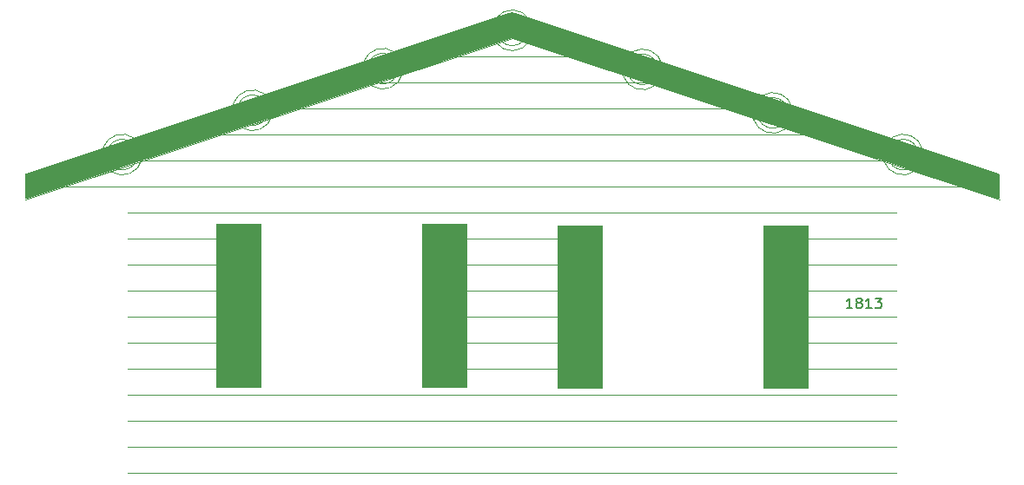
<source format=gbr>
From 21cf644a1123a6d4f2f9a294a118be31595e6011 Mon Sep 17 00:00:00 2001
From: Blaise Thompson <blaise@untzag.com>
Date: Mon, 28 Nov 2022 20:48:27 -0600
Subject: as ordered

---
 house/gerber/house-F_Silkscreen.gbr | 441 ++++++++++++++++++++++++++++++++++++
 1 file changed, 441 insertions(+)
 create mode 100644 house/gerber/house-F_Silkscreen.gbr

(limited to 'house/gerber/house-F_Silkscreen.gbr')

diff --git a/house/gerber/house-F_Silkscreen.gbr b/house/gerber/house-F_Silkscreen.gbr
new file mode 100644
index 0000000..62736b4
--- /dev/null
+++ b/house/gerber/house-F_Silkscreen.gbr
@@ -0,0 +1,441 @@
+%TF.GenerationSoftware,KiCad,Pcbnew,6.0.9+dfsg-1*%
+%TF.CreationDate,2022-11-28T19:28:46-06:00*%
+%TF.ProjectId,house,686f7573-652e-46b6-9963-61645f706362,A*%
+%TF.SameCoordinates,Original*%
+%TF.FileFunction,Legend,Top*%
+%TF.FilePolarity,Positive*%
+%FSLAX46Y46*%
+G04 Gerber Fmt 4.6, Leading zero omitted, Abs format (unit mm)*
+G04 Created by KiCad (PCBNEW 6.0.9+dfsg-1) date 2022-11-28 19:28:46*
+%MOMM*%
+%LPD*%
+G01*
+G04 APERTURE LIST*
+%ADD10C,0.120000*%
+%ADD11C,0.050000*%
+%ADD12C,0.150000*%
+G04 APERTURE END LIST*
+D10*
+X102235000Y-73660000D02*
+X177165000Y-73660000D01*
+X130937000Y-90678000D02*
+X135255000Y-90678000D01*
+X135255000Y-90678000D02*
+X135255000Y-74803000D01*
+X135255000Y-74803000D02*
+X130937000Y-74803000D01*
+X130937000Y-74803000D02*
+X130937000Y-90678000D01*
+G36*
+X130937000Y-90678000D02*
+G01*
+X135255000Y-90678000D01*
+X135255000Y-74803000D01*
+X130937000Y-74803000D01*
+X130937000Y-90678000D01*
+G37*
+X110871000Y-90678000D02*
+X115189000Y-90678000D01*
+X115189000Y-90678000D02*
+X115189000Y-74803000D01*
+X115189000Y-74803000D02*
+X110871000Y-74803000D01*
+X110871000Y-74803000D02*
+X110871000Y-90678000D01*
+G36*
+X110871000Y-90678000D02*
+G01*
+X115189000Y-90678000D01*
+X115189000Y-74803000D01*
+X110871000Y-74803000D01*
+X110871000Y-90678000D01*
+G37*
+X102235000Y-86360000D02*
+X113792000Y-86360000D01*
+X102235000Y-78740000D02*
+X113792000Y-78740000D01*
+X102235000Y-76200000D02*
+X113792000Y-76200000D01*
+X164211000Y-90805000D02*
+X168529000Y-90805000D01*
+X168529000Y-90805000D02*
+X168529000Y-74930000D01*
+X168529000Y-74930000D02*
+X164211000Y-74930000D01*
+X164211000Y-74930000D02*
+X164211000Y-90805000D01*
+G36*
+X164211000Y-90805000D02*
+G01*
+X168529000Y-90805000D01*
+X168529000Y-74930000D01*
+X164211000Y-74930000D01*
+X164211000Y-90805000D01*
+G37*
+X165100000Y-86360000D02*
+X177165000Y-86360000D01*
+X165100000Y-83820000D02*
+X177165000Y-83820000D01*
+X147828000Y-86360000D02*
+X132080000Y-86360000D01*
+X177165000Y-93980000D02*
+X102235000Y-93980000D01*
+X165100000Y-88900000D02*
+X177165000Y-88900000D01*
+X148082000Y-76200000D02*
+X132334000Y-76200000D01*
+X176530000Y-68580000D02*
+X102870000Y-68580000D01*
+X102235000Y-88900000D02*
+X113792000Y-88900000D01*
+X102235000Y-99060000D02*
+X177165000Y-99060000D01*
+X102235000Y-96520000D02*
+X177165000Y-96520000D01*
+X147320000Y-78740000D02*
+X131572000Y-78740000D01*
+X177165000Y-91440000D02*
+X102235000Y-91440000D01*
+X165100000Y-76200000D02*
+X177165000Y-76200000D01*
+X146050000Y-58420000D02*
+X133350000Y-58420000D01*
+X165100000Y-78740000D02*
+X177165000Y-78740000D01*
+D11*
+X139700000Y-56642000D02*
+X187198000Y-72390000D01*
+D10*
+X110490000Y-66040000D02*
+X168910000Y-66040000D01*
+X148082000Y-88900000D02*
+X132334000Y-88900000D01*
+X102235000Y-81280000D02*
+X113792000Y-81280000D01*
+X147574000Y-81280000D02*
+X131826000Y-81280000D01*
+X147574000Y-83820000D02*
+X131826000Y-83820000D01*
+X184150000Y-71120000D02*
+X95250000Y-71120000D01*
+D11*
+X92202000Y-72390000D02*
+X139700000Y-56642000D01*
+D10*
+X102235000Y-83820000D02*
+X113792000Y-83820000D01*
+X125730000Y-60960000D02*
+X153670000Y-60960000D01*
+X144145000Y-90805000D02*
+X148463000Y-90805000D01*
+X148463000Y-90805000D02*
+X148463000Y-74930000D01*
+X148463000Y-74930000D02*
+X144145000Y-74930000D01*
+X144145000Y-74930000D02*
+X144145000Y-90805000D01*
+G36*
+X144145000Y-90805000D02*
+G01*
+X148463000Y-90805000D01*
+X148463000Y-74930000D01*
+X144145000Y-74930000D01*
+X144145000Y-90805000D01*
+G37*
+X165100000Y-81280000D02*
+X177165000Y-81280000D01*
+X161290000Y-63500000D02*
+X118110000Y-63500000D01*
+D12*
+X172847142Y-83002380D02*
+X172275714Y-83002380D01*
+X172561428Y-83002380D02*
+X172561428Y-82002380D01*
+X172466190Y-82145238D01*
+X172370952Y-82240476D01*
+X172275714Y-82288095D01*
+X173418571Y-82430952D02*
+X173323333Y-82383333D01*
+X173275714Y-82335714D01*
+X173228095Y-82240476D01*
+X173228095Y-82192857D01*
+X173275714Y-82097619D01*
+X173323333Y-82050000D01*
+X173418571Y-82002380D01*
+X173609047Y-82002380D01*
+X173704285Y-82050000D01*
+X173751904Y-82097619D01*
+X173799523Y-82192857D01*
+X173799523Y-82240476D01*
+X173751904Y-82335714D01*
+X173704285Y-82383333D01*
+X173609047Y-82430952D01*
+X173418571Y-82430952D01*
+X173323333Y-82478571D01*
+X173275714Y-82526190D01*
+X173228095Y-82621428D01*
+X173228095Y-82811904D01*
+X173275714Y-82907142D01*
+X173323333Y-82954761D01*
+X173418571Y-83002380D01*
+X173609047Y-83002380D01*
+X173704285Y-82954761D01*
+X173751904Y-82907142D01*
+X173799523Y-82811904D01*
+X173799523Y-82621428D01*
+X173751904Y-82526190D01*
+X173704285Y-82478571D01*
+X173609047Y-82430952D01*
+X174751904Y-83002380D02*
+X174180476Y-83002380D01*
+X174466190Y-83002380D02*
+X174466190Y-82002380D01*
+X174370952Y-82145238D01*
+X174275714Y-82240476D01*
+X174180476Y-82288095D01*
+X175085238Y-82002380D02*
+X175704285Y-82002380D01*
+X175370952Y-82383333D01*
+X175513809Y-82383333D01*
+X175609047Y-82430952D01*
+X175656666Y-82478571D01*
+X175704285Y-82573809D01*
+X175704285Y-82811904D01*
+X175656666Y-82907142D01*
+X175609047Y-82954761D01*
+X175513809Y-83002380D01*
+X175228095Y-83002380D01*
+X175132857Y-82954761D01*
+X175085238Y-82907142D01*
+D10*
+%TO.C,D3*%
+X125187933Y-58988457D02*
+X125241288Y-59135049D01*
+X125980052Y-61164785D02*
+X126033407Y-61311377D01*
+X127685607Y-58245563D02*
+G75*
+G03*
+X125729026Y-58957527I-609016J-1370802D01*
+G01*
+X126033242Y-61310921D02*
+G75*
+G03*
+X129016977Y-60057953I1043349J1694556D01*
+G01*
+X126467789Y-60987263D02*
+G75*
+G03*
+X128424259Y-60274993I608802J1370898D01*
+G01*
+X128279166Y-58030833D02*
+G75*
+G03*
+X125188099Y-58988912I-1202575J-1585532D01*
+G01*
+%TO.C,D5*%
+X151352118Y-57993279D02*
+X151298763Y-58139871D01*
+X150559999Y-60169607D02*
+X150506644Y-60316199D01*
+X154335690Y-59246703D02*
+G75*
+G03*
+X151351952Y-57993734I-1940388J-441588D01*
+G01*
+X150506810Y-60315744D02*
+G75*
+G03*
+X153597877Y-61273823I1888492J627453D01*
+G01*
+X153742970Y-59029663D02*
+G75*
+G03*
+X151786500Y-58317393I-1347668J-658628D01*
+G01*
+X151047737Y-60347129D02*
+G75*
+G03*
+X153004318Y-61059093I1347565J658838D01*
+G01*
+%TO.C,D6*%
+X163259999Y-64415682D02*
+X163206644Y-64562274D01*
+X164052118Y-62239354D02*
+X163998763Y-62385946D01*
+X163747737Y-64593204D02*
+G75*
+G03*
+X165704318Y-65305168I1347565J658838D01*
+G01*
+X163206810Y-64561819D02*
+G75*
+G03*
+X166297877Y-65519898I1888492J627453D01*
+G01*
+X167035690Y-63492778D02*
+G75*
+G03*
+X164051952Y-62239809I-1940388J-441588D01*
+G01*
+X166442970Y-63275738D02*
+G75*
+G03*
+X164486500Y-62563468I-1347668J-658628D01*
+G01*
+%TO.C,D1*%
+X100580052Y-69546785D02*
+X100633407Y-69693377D01*
+X99787933Y-67370457D02*
+X99841288Y-67517049D01*
+X101067789Y-69369263D02*
+G75*
+G03*
+X103024259Y-68656993I608802J1370898D01*
+G01*
+X102879166Y-66412833D02*
+G75*
+G03*
+X99788099Y-67370912I-1202575J-1585532D01*
+G01*
+X102285607Y-66627563D02*
+G75*
+G03*
+X100329026Y-67339527I-609016J-1370802D01*
+G01*
+X100633242Y-69692921D02*
+G75*
+G03*
+X103616977Y-68439953I1043349J1694556D01*
+G01*
+%TO.C,D2*%
+X113280052Y-65228785D02*
+X113333407Y-65375377D01*
+X112487933Y-63052457D02*
+X112541288Y-63199049D01*
+X114985607Y-62309563D02*
+G75*
+G03*
+X113029026Y-63021527I-609016J-1370802D01*
+G01*
+X113333242Y-65374921D02*
+G75*
+G03*
+X116316977Y-64121953I1043349J1694556D01*
+G01*
+X113767789Y-65051263D02*
+G75*
+G03*
+X115724259Y-64338993I608802J1370898D01*
+G01*
+X115579166Y-62094833D02*
+G75*
+G03*
+X112488099Y-63052912I-1202575J-1585532D01*
+G01*
+%TO.C,D4*%
+X138135000Y-54644000D02*
+X138135000Y-54800000D01*
+X138135000Y-56960000D02*
+X138135000Y-57116000D01*
+X138135000Y-57115516D02*
+G75*
+G03*
+X141367335Y-56958608I1560000J1235516D01*
+G01*
+X141367335Y-54801392D02*
+G75*
+G03*
+X138135000Y-54644484I-1672335J-1078608D01*
+G01*
+X140736130Y-54800163D02*
+G75*
+G03*
+X138654039Y-54800000I-1041130J-1079837D01*
+G01*
+X138654039Y-56960000D02*
+G75*
+G03*
+X140736130Y-56959837I1040961J1080000D01*
+G01*
+%TO.C,D7*%
+X175959999Y-68479682D02*
+X175906644Y-68626274D01*
+X176752118Y-66303354D02*
+X176698763Y-66449946D01*
+X176447737Y-68657204D02*
+G75*
+G03*
+X178404318Y-69369168I1347565J658838D01*
+G01*
+X175906810Y-68625819D02*
+G75*
+G03*
+X178997877Y-69583898I1888492J627453D01*
+G01*
+X179142970Y-67339738D02*
+G75*
+G03*
+X177186500Y-66627468I-1347668J-658628D01*
+G01*
+X179735690Y-67556778D02*
+G75*
+G03*
+X176751952Y-66303809I-1940388J-441588D01*
+G01*
+%TD*%
+G36*
+X139739653Y-54115147D02*
+G01*
+X139867653Y-54157586D01*
+X139926018Y-54198010D01*
+X139953262Y-54263571D01*
+X139954000Y-54277184D01*
+X139954000Y-56551694D01*
+X139933998Y-56619815D01*
+X139880342Y-56666308D01*
+X139810068Y-56676412D01*
+X139788347Y-56671292D01*
+X139717196Y-56647701D01*
+X139686050Y-56646625D01*
+X92367653Y-72335078D01*
+X92296699Y-72337530D01*
+X92235682Y-72301232D01*
+X92203976Y-72237709D01*
+X92202000Y-72215480D01*
+X92202000Y-69940970D01*
+X92222002Y-69872849D01*
+X92275658Y-69826356D01*
+X92288347Y-69821372D01*
+X139660347Y-54115147D01*
+X139731301Y-54112695D01*
+X139739653Y-54115147D01*
+G37*
+G36*
+X139739653Y-54115147D02*
+G01*
+X187111653Y-69821372D01*
+X187170018Y-69861796D01*
+X187197262Y-69927357D01*
+X187198000Y-69940970D01*
+X187198000Y-72215480D01*
+X187177998Y-72283601D01*
+X187124342Y-72330094D01*
+X187054068Y-72340198D01*
+X187032347Y-72335078D01*
+X139717196Y-56647701D01*
+X139686049Y-56646625D01*
+X139611652Y-56671291D01*
+X139540698Y-56673743D01*
+X139479682Y-56637445D01*
+X139447976Y-56573921D01*
+X139446000Y-56551693D01*
+X139446000Y-54277184D01*
+X139466002Y-54209063D01*
+X139519658Y-54162570D01*
+X139532347Y-54157586D01*
+X139660347Y-54115147D01*
+X139731301Y-54112695D01*
+X139739653Y-54115147D01*
+G37*
+M02*
-- 
cgit v1.2.3


</source>
